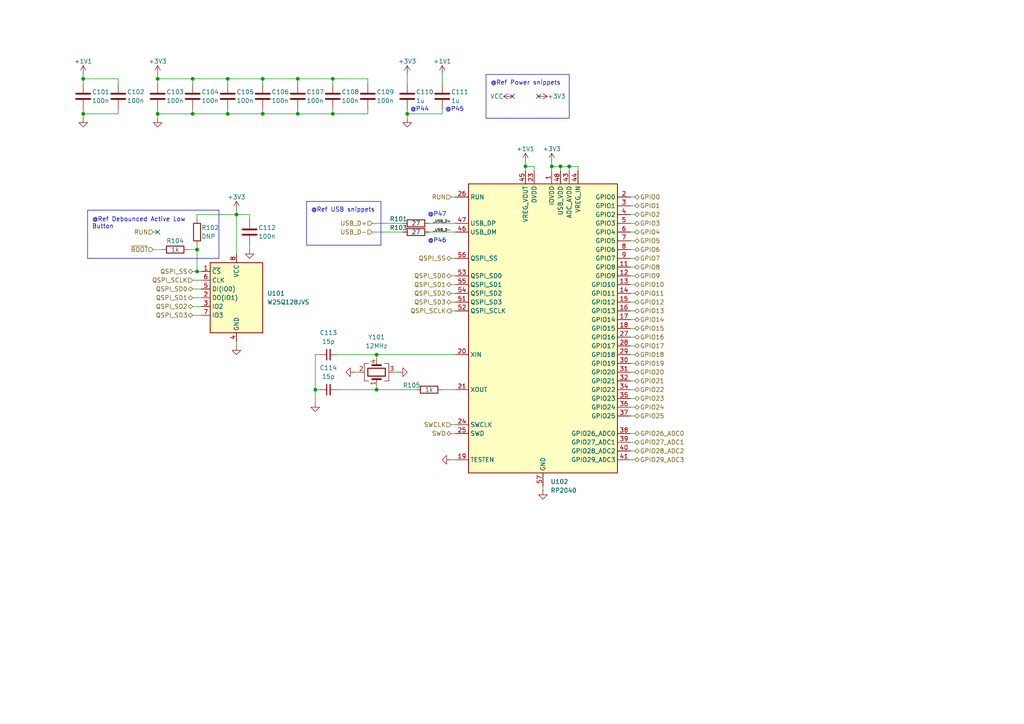
<source format=kicad_sch>
(kicad_sch (version 20231120) (generator "eeschema") (generator_version "8.0")
  (paper "A4")
  (title_block (title "MCU: RP2040") (date "2024-07-08") (rev "1") (company "Scott CJX"))
  (lib_symbols
    (symbol "Device:C" (pin_numbers hide) (pin_names (offset 0.254))
      (property "Reference" "C" (at 0.635 2.54 0))
      (property "Value" "C" (at 0.635 -2.54 0))
      (symbol "C_0_1"
        (polyline (pts (xy -2.032 -0.762) (xy 2.032 -0.762)) (stroke (width 0.508)))
        (polyline (pts (xy -2.032 0.762) (xy 2.032 0.762)) (stroke (width 0.508)))
      )
      (symbol "C_1_1"
        (pin passive line (at 0 3.81 270) (length 2.794) (name "~") (number "1"))
        (pin passive line (at 0 -3.81 90) (length 2.794) (name "~") (number "2"))
      )
    )
    (symbol "Device:C_Small" (pin_numbers hide) (pin_names (offset 0.254) hide)
      (property "Reference" "C" (at 0.254 1.778 0))
      (property "Value" "C_Small" (at 0.254 -2.032 0))
      (symbol "C_Small_0_1"
        (polyline (pts (xy -1.524 -0.508) (xy 1.524 -0.508)) (stroke (width 0.3302)))
        (polyline (pts (xy -1.524 0.508) (xy 1.524 0.508)) (stroke (width 0.3048)))
      )
      (symbol "C_Small_1_1"
        (pin passive line (at 0 2.54 270) (length 2.032) (name "~") (number "1"))
        (pin passive line (at 0 -2.54 90) (length 2.032) (name "~") (number "2"))
      )
    )
    (symbol "Device:Crystal_GND23" (pin_names (offset 1.016) hide)
      (property "Reference" "Y" (at 3.175 5.08 0))
      (property "Value" "Crystal_GND23" (at 3.175 3.175 0))
      (symbol "Crystal_GND23_0_1"
        (rectangle (start -1.143 2.54) (end 1.143 -2.54) (stroke (width 0.3048)))
        (polyline (pts (xy -2.54 0) (xy -2.032 0)))
        (polyline (pts (xy -2.032 -1.27) (xy -2.032 1.27)) (stroke (width 0.508)))
        (polyline (pts (xy 0 -3.81) (xy 0 -3.556)))
        (polyline (pts (xy 0 3.556) (xy 0 3.81)))
        (polyline (pts (xy 2.032 -1.27) (xy 2.032 1.27)) (stroke (width 0.508)))
        (polyline (pts (xy 2.032 0) (xy 2.54 0)))
        (polyline (pts (xy -2.54 -2.286) (xy -2.54 -3.556) (xy 2.54 -3.556) (xy 2.54 -2.286)))
        (polyline (pts (xy -2.54 2.286) (xy -2.54 3.556) (xy 2.54 3.556) (xy 2.54 2.286)))
      )
      (symbol "Crystal_GND23_1_1"
        (pin passive line (at -3.81 0 0) (length 1.27) (name "1") (number "1"))
        (pin passive line (at 0 5.08 270) (length 1.27) (name "2") (number "2"))
        (pin passive line (at 0 -5.08 90) (length 1.27) (name "3") (number "3"))
        (pin passive line (at 3.81 0 180) (length 1.27) (name "4") (number "4"))
      )
    )
    (symbol "Device:R" (pin_numbers hide) (pin_names (offset 0))
      (property "Reference" "R" (at 2.032 0 90))
      (property "Value" "R" (at 0 0 90))
      (symbol "R_0_1"
        (rectangle (start -1.016 -2.54) (end 1.016 2.54) (stroke (width 0.254)))
      )
      (symbol "R_1_1"
        (pin passive line (at 0 3.81 270) (length 1.27) (name "~") (number "1"))
        (pin passive line (at 0 -3.81 90) (length 1.27) (name "~") (number "2"))
      )
    )
    (symbol "MCU_RaspberryPi:RP2040"
      (property "Reference" "U" (at 17.78 45.72 0))
      (property "Value" "RP2040" (at 17.78 43.18 0))
      (symbol "RP2040_0_1"
        (rectangle (start -21.59 41.91) (end 21.59 -41.91) (stroke (width 0.254)) (fill (type background)))
      )
      (symbol "RP2040_1_1"
        (pin power_in line (at 2.54 45.72 270) (length 3.81) (name "IOVDD") (number "1"))
        (pin passive line (at 2.54 45.72 270) (length 3.81) hide (name "IOVDD") (number "10"))
        (pin bidirectional line (at 25.4 17.78 180) (length 3.81) (name "GPIO8") (number "11"))
        (pin bidirectional line (at 25.4 15.24 180) (length 3.81) (name "GPIO9") (number "12"))
        (pin bidirectional line (at 25.4 12.7 180) (length 3.81) (name "GPIO10") (number "13"))
        (pin bidirectional line (at 25.4 10.16 180) (length 3.81) (name "GPIO11") (number "14"))
        (pin bidirectional line (at 25.4 7.62 180) (length 3.81) (name "GPIO12") (number "15"))
        (pin bidirectional line (at 25.4 5.08 180) (length 3.81) (name "GPIO13") (number "16"))
        (pin bidirectional line (at 25.4 2.54 180) (length 3.81) (name "GPIO14") (number "17"))
        (pin bidirectional line (at 25.4 0 180) (length 3.81) (name "GPIO15") (number "18"))
        (pin input line (at -25.4 -38.1 0) (length 3.81) (name "TESTEN") (number "19"))
        (pin bidirectional line (at 25.4 38.1 180) (length 3.81) (name "GPIO0") (number "2"))
        (pin input line (at -25.4 -7.62 0) (length 3.81) (name "XIN") (number "20"))
        (pin passive line (at -25.4 -17.78 0) (length 3.81) (name "XOUT") (number "21"))
        (pin passive line (at 2.54 45.72 270) (length 3.81) hide (name "IOVDD") (number "22"))
        (pin power_in line (at -2.54 45.72 270) (length 3.81) (name "DVDD") (number "23"))
        (pin input line (at -25.4 -27.94 0) (length 3.81) (name "SWCLK") (number "24"))
        (pin bidirectional line (at -25.4 -30.48 0) (length 3.81) (name "SWD") (number "25"))
        (pin input line (at -25.4 38.1 0) (length 3.81) (name "RUN") (number "26"))
        (pin bidirectional line (at 25.4 -2.54 180) (length 3.81) (name "GPIO16") (number "27"))
        (pin bidirectional line (at 25.4 -5.08 180) (length 3.81) (name "GPIO17") (number "28"))
        (pin bidirectional line (at 25.4 -7.62 180) (length 3.81) (name "GPIO18") (number "29"))
        (pin bidirectional line (at 25.4 35.56 180) (length 3.81) (name "GPIO1") (number "3"))
        (pin bidirectional line (at 25.4 -10.16 180) (length 3.81) (name "GPIO19") (number "30"))
        (pin bidirectional line (at 25.4 -12.7 180) (length 3.81) (name "GPIO20") (number "31"))
        (pin bidirectional line (at 25.4 -15.24 180) (length 3.81) (name "GPIO21") (number "32"))
        (pin passive line (at 2.54 45.72 270) (length 3.81) hide (name "IOVDD") (number "33"))
        (pin bidirectional line (at 25.4 -17.78 180) (length 3.81) (name "GPIO22") (number "34"))
        (pin bidirectional line (at 25.4 -20.32 180) (length 3.81) (name "GPIO23") (number "35"))
        (pin bidirectional line (at 25.4 -22.86 180) (length 3.81) (name "GPIO24") (number "36"))
        (pin bidirectional line (at 25.4 -25.4 180) (length 3.81) (name "GPIO25") (number "37"))
        (pin bidirectional line (at 25.4 -30.48 180) (length 3.81) (name "GPIO26_ADC0") (number "38"))
        (pin bidirectional line (at 25.4 -33.02 180) (length 3.81) (name "GPIO27_ADC1") (number "39"))
        (pin bidirectional line (at 25.4 33.02 180) (length 3.81) (name "GPIO2") (number "4"))
        (pin bidirectional line (at 25.4 -35.56 180) (length 3.81) (name "GPIO28_ADC2") (number "40"))
        (pin bidirectional line (at 25.4 -38.1 180) (length 3.81) (name "GPIO29_ADC3") (number "41"))
        (pin passive line (at 2.54 45.72 270) (length 3.81) hide (name "IOVDD") (number "42"))
        (pin power_in line (at 7.62 45.72 270) (length 3.81) (name "ADC_AVDD") (number "43"))
        (pin power_in line (at 10.16 45.72 270) (length 3.81) (name "VREG_IN") (number "44"))
        (pin power_out line (at -5.08 45.72 270) (length 3.81) (name "VREG_VOUT") (number "45"))
        (pin bidirectional line (at -25.4 27.94 0) (length 3.81) (name "USB_DM") (number "46"))
        (pin bidirectional line (at -25.4 30.48 0) (length 3.81) (name "USB_DP") (number "47"))
        (pin power_in line (at 5.08 45.72 270) (length 3.81) (name "USB_VDD") (number "48"))
        (pin passive line (at 2.54 45.72 270) (length 3.81) hide (name "IOVDD") (number "49"))
        (pin bidirectional line (at 25.4 30.48 180) (length 3.81) (name "GPIO3") (number "5"))
        (pin passive line (at -2.54 45.72 270) (length 3.81) hide (name "DVDD") (number "50"))
        (pin bidirectional line (at -25.4 7.62 0) (length 3.81) (name "QSPI_SD3") (number "51"))
        (pin output line (at -25.4 5.08 0) (length 3.81) (name "QSPI_SCLK") (number "52"))
        (pin bidirectional line (at -25.4 15.24 0) (length 3.81) (name "QSPI_SD0") (number "53"))
        (pin bidirectional line (at -25.4 10.16 0) (length 3.81) (name "QSPI_SD2") (number "54"))
        (pin bidirectional line (at -25.4 12.7 0) (length 3.81) (name "QSPI_SD1") (number "55"))
        (pin bidirectional line (at -25.4 20.32 0) (length 3.81) (name "QSPI_SS") (number "56"))
        (pin power_in line (at 0 -45.72 90) (length 3.81) (name "GND") (number "57"))
        (pin bidirectional line (at 25.4 27.94 180) (length 3.81) (name "GPIO4") (number "6"))
        (pin bidirectional line (at 25.4 25.4 180) (length 3.81) (name "GPIO5") (number "7"))
        (pin bidirectional line (at 25.4 22.86 180) (length 3.81) (name "GPIO6") (number "8"))
        (pin bidirectional line (at 25.4 20.32 180) (length 3.81) (name "GPIO7") (number "9"))
      )
    )
    (symbol "Memory_Flash:W25Q128JVS"
      (property "Reference" "U" (at -8.89 8.89 0))
      (property "Value" "W25Q128JVS" (at 7.62 8.89 0))
      (symbol "W25Q128JVS_0_1"
        (rectangle (start -7.62 10.16) (end 7.62 -10.16) (stroke (width 0.254)) (fill (type background)))
      )
      (symbol "W25Q128JVS_1_1"
        (pin input line (at -10.16 7.62 0) (length 2.54) (name "~{CS}") (number "1"))
        (pin bidirectional line (at -10.16 0 0) (length 2.54) (name "DO(IO1)") (number "2"))
        (pin bidirectional line (at -10.16 -2.54 0) (length 2.54) (name "IO2") (number "3"))
        (pin power_in line (at 0 -12.7 90) (length 2.54) (name "GND") (number "4"))
        (pin bidirectional line (at -10.16 2.54 0) (length 2.54) (name "DI(IO0)") (number "5"))
        (pin input line (at -10.16 5.08 0) (length 2.54) (name "CLK") (number "6"))
        (pin bidirectional line (at -10.16 -5.08 0) (length 2.54) (name "IO3") (number "7"))
        (pin power_in line (at 0 12.7 270) (length 2.54) (name "VCC") (number "8"))
      )
    )
    (symbol "power:+1V1" (power) (pin_numbers hide) (pin_names (offset 0) hide)
      (property "Value" "+1V1" (at 0 3.556 0))
      (symbol "+1V1_0_1"
        (polyline (pts (xy -0.762 1.27) (xy 0 2.54)))
        (polyline (pts (xy 0 0) (xy 0 2.54)))
        (polyline (pts (xy 0 2.54) (xy 0.762 1.27)))
      )
      (symbol "+1V1_1_1"
        (pin power_in line (at 0 0 90) (length 0) (name "~") (number "1"))
      )
    )
    (symbol "power:+3V3" (power) (pin_numbers hide) (pin_names (offset 0) hide)
      (property "Value" "+3V3" (at 0 3.556 0))
      (symbol "+3V3_0_1"
        (polyline (pts (xy -0.762 1.27) (xy 0 2.54)))
        (polyline (pts (xy 0 0) (xy 0 2.54)))
        (polyline (pts (xy 0 2.54) (xy 0.762 1.27)))
      )
      (symbol "+3V3_1_1"
        (pin power_in line (at 0 0 90) (length 0) (name "~") (number "1"))
      )
    )
    (symbol "power:GND" (power) (pin_numbers hide) (pin_names (offset 0) hide)
      (property "Value" "GND" (at 0 -3.81 0))
      (symbol "GND_0_1"
        (polyline (pts (xy 0 0) (xy 0 -1.27) (xy 1.27 -1.27) (xy 0 -2.54) (xy -1.27 -1.27) (xy 0 -1.27)))
      )
      (symbol "GND_1_1"
        (pin power_in line (at 0 0 270) (length 0) (name "~") (number "1"))
      )
    )
    (symbol "power:VCC" (power) (pin_numbers hide) (pin_names (offset 0) hide)
      (property "Value" "VCC" (at 0 3.556 0))
      (symbol "VCC_0_1"
        (polyline (pts (xy -0.762 1.27) (xy 0 2.54)))
        (polyline (pts (xy 0 0) (xy 0 2.54)))
        (polyline (pts (xy 0 2.54) (xy 0.762 1.27)))
      )
      (symbol "VCC_1_1"
        (pin power_in line (at 0 0 90) (length 0) (name "~") (number "1"))
      )
    )
  )
  (junction (at 66.04 22.86))
  (junction (at 91.44 113.03))
  (junction (at 162.56 48.26))
  (junction (at 24.13 33.02))
  (junction (at 76.2 33.02))
  (junction (at 165.1 48.26))
  (junction (at 55.88 22.86))
  (junction (at 86.36 33.02))
  (junction (at 109.22 102.87))
  (junction (at 160.02 48.26))
  (junction (at 152.4 48.26))
  (junction (at 57.15 78.74))
  (junction (at 86.36 22.86))
  (junction (at 76.2 22.86))
  (junction (at 45.72 33.02))
  (junction (at 57.15 72.39))
  (junction (at 24.13 22.86))
  (junction (at 68.58 62.23))
  (junction (at 45.72 22.86))
  (junction (at 66.04 33.02))
  (junction (at 109.22 113.03))
  (junction (at 96.52 22.86))
  (junction (at 118.11 33.02))
  (junction (at 96.52 33.02))
  (junction (at 55.88 33.02))
  (no_connect (at 45.72 67.31))
  (no_connect (at 148.59 27.94))
  (no_connect (at 156.21 27.94))
  (wire (pts (xy 34.29 22.86) (xy 34.29 24.13)))
  (wire (pts (xy 45.72 21.59) (xy 45.72 22.86)))
  (wire (pts (xy 154.94 48.26) (xy 152.4 48.26)))
  (wire (pts (xy 184.15 92.71) (xy 182.88 92.71)))
  (wire (pts (xy 68.58 99.06) (xy 68.58 100.33)))
  (wire (pts (xy 130.81 133.35) (xy 132.08 133.35)))
  (wire (pts (xy 162.56 48.26) (xy 162.56 49.53)))
  (wire (pts (xy 165.1 48.26) (xy 167.64 48.26)))
  (wire (pts (xy 152.4 48.26) (xy 152.4 49.53)))
  (wire (pts (xy 96.52 22.86) (xy 106.68 22.86)))
  (wire (pts (xy 184.15 97.79) (xy 182.88 97.79)))
  (wire (pts (xy 130.81 87.63) (xy 132.08 87.63)))
  (wire (pts (xy 130.81 57.15) (xy 132.08 57.15)))
  (wire (pts (xy 96.52 22.86) (xy 96.52 24.13)))
  (wire (pts (xy 66.04 33.02) (xy 76.2 33.02)))
  (wire (pts (xy 76.2 33.02) (xy 76.2 31.75)))
  (wire (pts (xy 44.45 72.39) (xy 46.99 72.39)))
  (wire (pts (xy 128.27 21.59) (xy 128.27 24.13)))
  (wire (pts (xy 184.15 67.31) (xy 182.88 67.31)))
  (wire (pts (xy 54.61 72.39) (xy 57.15 72.39)))
  (wire (pts (xy 102.87 107.95) (xy 104.14 107.95)))
  (wire (pts (xy 55.88 78.74) (xy 57.15 78.74)))
  (wire (pts (xy 184.15 59.69) (xy 182.88 59.69)))
  (wire (pts (xy 55.88 22.86) (xy 66.04 22.86)))
  (wire (pts (xy 130.81 80.01) (xy 132.08 80.01)))
  (wire (pts (xy 91.44 113.03) (xy 91.44 116.84)))
  (wire (pts (xy 130.81 123.19) (xy 132.08 123.19)))
  (wire (pts (xy 24.13 22.86) (xy 34.29 22.86)))
  (wire (pts (xy 184.15 128.27) (xy 182.88 128.27)))
  (wire (pts (xy 132.08 102.87) (xy 109.22 102.87)))
  (wire (pts (xy 55.88 81.28) (xy 58.42 81.28)))
  (wire (pts (xy 184.15 69.85) (xy 182.88 69.85)))
  (wire (pts (xy 184.15 64.77) (xy 182.88 64.77)))
  (wire (pts (xy 57.15 78.74) (xy 58.42 78.74)))
  (wire (pts (xy 55.88 22.86) (xy 55.88 24.13)))
  (wire (pts (xy 55.88 33.02) (xy 66.04 33.02)))
  (wire (pts (xy 55.88 88.9) (xy 58.42 88.9)))
  (wire (pts (xy 184.15 115.57) (xy 182.88 115.57)))
  (wire (pts (xy 184.15 100.33) (xy 182.88 100.33)))
  (wire (pts (xy 45.72 33.02) (xy 45.72 34.29)))
  (wire (pts (xy 184.15 133.35) (xy 182.88 133.35)))
  (wire (pts (xy 107.95 67.31) (xy 116.84 67.31)))
  (wire (pts (xy 68.58 60.96) (xy 68.58 62.23)))
  (wire (pts (xy 184.15 110.49) (xy 182.88 110.49)))
  (wire (pts (xy 130.81 85.09) (xy 132.08 85.09)))
  (wire (pts (xy 107.95 64.77) (xy 116.84 64.77)))
  (wire (pts (xy 118.11 33.02) (xy 118.11 34.29)))
  (wire (pts (xy 165.1 48.26) (xy 165.1 49.53)))
  (wire (pts (xy 76.2 33.02) (xy 86.36 33.02)))
  (wire (pts (xy 57.15 63.5) (xy 57.15 62.23)))
  (wire (pts (xy 118.11 33.02) (xy 128.27 33.02)))
  (wire (pts (xy 57.15 71.12) (xy 57.15 72.39)))
  (wire (pts (xy 106.68 33.02) (xy 106.68 31.75)))
  (wire (pts (xy 97.79 113.03) (xy 109.22 113.03)))
  (wire (pts (xy 184.15 85.09) (xy 182.88 85.09)))
  (wire (pts (xy 72.39 63.5) (xy 72.39 62.23)))
  (wire (pts (xy 24.13 22.86) (xy 24.13 24.13)))
  (wire (pts (xy 24.13 31.75) (xy 24.13 33.02)))
  (wire (pts (xy 106.68 22.86) (xy 106.68 24.13)))
  (wire (pts (xy 91.44 102.87) (xy 91.44 113.03)))
  (wire (pts (xy 184.15 72.39) (xy 182.88 72.39)))
  (wire (pts (xy 86.36 33.02) (xy 96.52 33.02)))
  (wire (pts (xy 128.27 31.75) (xy 128.27 33.02)))
  (wire (pts (xy 160.02 49.53) (xy 160.02 48.26)))
  (wire (pts (xy 76.2 22.86) (xy 86.36 22.86)))
  (wire (pts (xy 55.88 33.02) (xy 55.88 31.75)))
  (wire (pts (xy 184.15 87.63) (xy 182.88 87.63)))
  (wire (pts (xy 184.15 102.87) (xy 182.88 102.87)))
  (wire (pts (xy 154.94 49.53) (xy 154.94 48.26)))
  (wire (pts (xy 92.71 102.87) (xy 91.44 102.87)))
  (wire (pts (xy 24.13 21.59) (xy 24.13 22.86)))
  (wire (pts (xy 160.02 46.99) (xy 160.02 48.26)))
  (wire (pts (xy 184.15 95.25) (xy 182.88 95.25)))
  (wire (pts (xy 45.72 33.02) (xy 45.72 31.75)))
  (wire (pts (xy 72.39 71.12) (xy 72.39 72.39)))
  (wire (pts (xy 66.04 22.86) (xy 66.04 24.13)))
  (wire (pts (xy 34.29 31.75) (xy 34.29 33.02)))
  (wire (pts (xy 184.15 57.15) (xy 182.88 57.15)))
  (wire (pts (xy 184.15 118.11) (xy 182.88 118.11)))
  (wire (pts (xy 184.15 62.23) (xy 182.88 62.23)))
  (wire (pts (xy 118.11 31.75) (xy 118.11 33.02)))
  (wire (pts (xy 184.15 74.93) (xy 182.88 74.93)))
  (wire (pts (xy 184.15 80.01) (xy 182.88 80.01)))
  (wire (pts (xy 167.64 48.26) (xy 167.64 49.53)))
  (wire (pts (xy 45.72 22.86) (xy 45.72 24.13)))
  (wire (pts (xy 55.88 91.44) (xy 58.42 91.44)))
  (wire (pts (xy 184.15 77.47) (xy 182.88 77.47)))
  (wire (pts (xy 45.72 22.86) (xy 55.88 22.86)))
  (wire (pts (xy 86.36 22.86) (xy 96.52 22.86)))
  (wire (pts (xy 114.3 107.95) (xy 115.57 107.95)))
  (wire (pts (xy 184.15 105.41) (xy 182.88 105.41)))
  (wire (pts (xy 68.58 62.23) (xy 68.58 73.66)))
  (wire (pts (xy 184.15 82.55) (xy 182.88 82.55)))
  (wire (pts (xy 109.22 113.03) (xy 120.65 113.03)))
  (wire (pts (xy 184.15 107.95) (xy 182.88 107.95)))
  (wire (pts (xy 57.15 62.23) (xy 68.58 62.23)))
  (wire (pts (xy 124.46 64.77) (xy 132.08 64.77)))
  (wire (pts (xy 184.15 130.81) (xy 182.88 130.81)))
  (wire (pts (xy 86.36 22.86) (xy 86.36 24.13)))
  (wire (pts (xy 24.13 33.02) (xy 24.13 34.29)))
  (wire (pts (xy 109.22 113.03) (xy 109.22 111.76)))
  (wire (pts (xy 66.04 22.86) (xy 76.2 22.86)))
  (wire (pts (xy 86.36 33.02) (xy 86.36 31.75)))
  (wire (pts (xy 76.2 22.86) (xy 76.2 24.13)))
  (wire (pts (xy 152.4 46.99) (xy 152.4 48.26)))
  (wire (pts (xy 184.15 90.17) (xy 182.88 90.17)))
  (wire (pts (xy 91.44 113.03) (xy 92.71 113.03)))
  (wire (pts (xy 118.11 21.59) (xy 118.11 24.13)))
  (wire (pts (xy 97.79 102.87) (xy 109.22 102.87)))
  (wire (pts (xy 96.52 33.02) (xy 106.68 33.02)))
  (wire (pts (xy 66.04 33.02) (xy 66.04 31.75)))
  (wire (pts (xy 45.72 33.02) (xy 55.88 33.02)))
  (wire (pts (xy 124.46 67.31) (xy 132.08 67.31)))
  (wire (pts (xy 130.81 82.55) (xy 132.08 82.55)))
  (wire (pts (xy 57.15 72.39) (xy 57.15 78.74)))
  (wire (pts (xy 184.15 125.73) (xy 182.88 125.73)))
  (wire (pts (xy 128.27 113.03) (xy 132.08 113.03)))
  (wire (pts (xy 44.45 67.31) (xy 45.72 67.31)))
  (wire (pts (xy 55.88 86.36) (xy 58.42 86.36)))
  (wire (pts (xy 96.52 33.02) (xy 96.52 31.75)))
  (wire (pts (xy 160.02 48.26) (xy 162.56 48.26)))
  (wire (pts (xy 184.15 113.03) (xy 182.88 113.03)))
  (wire (pts (xy 130.81 74.93) (xy 132.08 74.93)))
  (wire (pts (xy 130.81 90.17) (xy 132.08 90.17)))
  (wire (pts (xy 130.81 125.73) (xy 132.08 125.73)))
  (wire (pts (xy 162.56 48.26) (xy 165.1 48.26)))
  (wire (pts (xy 109.22 102.87) (xy 109.22 104.14)))
  (wire (pts (xy 68.58 62.23) (xy 72.39 62.23)))
  (wire (pts (xy 34.29 33.02) (xy 24.13 33.02)))
  (wire (pts (xy 55.88 83.82) (xy 58.42 83.82)))
  (wire (pts (xy 184.15 120.65) (xy 182.88 120.65)))
  (wire (pts (xy 157.48 140.97) (xy 157.48 142.24)))
  (rectangle (start 88.9 58.42) (end 110.49 71.12))
  (rectangle (start 140.97 21.59) (end 165.1 34.29))
  (rectangle (start 25.4 60.96) (end 63.5 74.93))
  (text "@P44" (at 124.46 31.75 0) (effects (font (size 1.27 1.27)) (justify right)))
  (text "@Ref USB snippets" (at 90.17 60.96 0) (effects (font (size 1.27 1.27)) (justify left)))
  (text "@Ref Debounced Active Low\nButton" (at 26.67 64.77 0) (effects (font (size 1.27 1.27)) (justify left)))
  (text "@Ref Power snippets" (at 142.24 24.13 0) (effects (font (size 1.27 1.27)) (justify left)))
  (text "@P45" (at 134.62 31.75 0) (effects (font (size 1.27 1.27)) (justify right)))
  (text "@P46" (at 129.54 69.85 0) (effects (font (size 1.27 1.27)) (justify right)))
  (text "@P47" (at 129.54 62.23 0) (effects (font (size 1.27 1.27)) (justify right)))
  (label "_USB_D+" (at 130.81 64.77 180) (effects (font (size 0.75 0.75))))
  (label "_USB_D-" (at 130.81 67.31 180) (effects (font (size 0.75 0.75))))
  (hierarchical_label "GPIO6" (shape bidirectional) (at 184.15 72.39 0))
  (hierarchical_label "QSPI_SS" (shape bidirectional) (at 130.81 74.93 180))
  (hierarchical_label "GPIO10" (shape bidirectional) (at 184.15 82.55 0))
  (hierarchical_label "USB_D+" (shape input) (at 107.95 64.77 180))
  (hierarchical_label "QSPI_SD3" (shape bidirectional) (at 130.81 87.63 180))
  (hierarchical_label "GPIO9" (shape bidirectional) (at 184.15 80.01 0))
  (hierarchical_label "USB_D-" (shape input) (at 107.95 67.31 180))
  (hierarchical_label "GPIO7" (shape bidirectional) (at 184.15 74.93 0))
  (hierarchical_label "QSPI_SD1" (shape bidirectional) (at 55.88 86.36 180))
  (hierarchical_label "GPIO27_ADC1" (shape bidirectional) (at 184.15 128.27 0))
  (hierarchical_label "~{BOOT}" (shape input) (at 44.45 72.39 180))
  (hierarchical_label "GPIO0" (shape bidirectional) (at 184.15 57.15 0))
  (hierarchical_label "SWCLK" (shape input) (at 130.81 123.19 180))
  (hierarchical_label "GPIO24" (shape bidirectional) (at 184.15 118.11 0))
  (hierarchical_label "QSPI_SD2" (shape bidirectional) (at 130.81 85.09 180))
  (hierarchical_label "GPIO13" (shape bidirectional) (at 184.15 90.17 0))
  (hierarchical_label "QSPI_SS" (shape bidirectional) (at 55.88 78.74 180))
  (hierarchical_label "GPIO8" (shape bidirectional) (at 184.15 77.47 0))
  (hierarchical_label "GPIO16" (shape bidirectional) (at 184.15 97.79 0))
  (hierarchical_label "QSPI_SCLK" (shape output) (at 130.81 90.17 180))
  (hierarchical_label "GPIO22" (shape bidirectional) (at 184.15 113.03 0))
  (hierarchical_label "QSPI_SD0" (shape bidirectional) (at 55.88 83.82 180))
  (hierarchical_label "GPIO12" (shape bidirectional) (at 184.15 87.63 0))
  (hierarchical_label "GPIO19" (shape bidirectional) (at 184.15 105.41 0))
  (hierarchical_label "QSPI_SCLK" (shape input) (at 55.88 81.28 180))
  (hierarchical_label "GPIO26_ADC0" (shape bidirectional) (at 184.15 125.73 0))
  (hierarchical_label "GPIO4" (shape bidirectional) (at 184.15 67.31 0))
  (hierarchical_label "GPIO11" (shape bidirectional) (at 184.15 85.09 0))
  (hierarchical_label "GPIO17" (shape bidirectional) (at 184.15 100.33 0))
  (hierarchical_label "GPIO2" (shape bidirectional) (at 184.15 62.23 0))
  (hierarchical_label "GPIO3" (shape bidirectional) (at 184.15 64.77 0))
  (hierarchical_label "GPIO29_ADC3" (shape bidirectional) (at 184.15 133.35 0))
  (hierarchical_label "GPIO20" (shape bidirectional) (at 184.15 107.95 0))
  (hierarchical_label "GPIO1" (shape bidirectional) (at 184.15 59.69 0))
  (hierarchical_label "GPIO5" (shape bidirectional) (at 184.15 69.85 0))
  (hierarchical_label "RUN" (shape input) (at 130.81 57.15 180))
  (hierarchical_label "QSPI_SD1" (shape bidirectional) (at 130.81 82.55 180))
  (hierarchical_label "GPIO28_ADC2" (shape bidirectional) (at 184.15 130.81 0))
  (hierarchical_label "RUN" (shape input) (at 44.45 67.31 180))
  (hierarchical_label "QSPI_SD2" (shape bidirectional) (at 55.88 88.9 180))
  (hierarchical_label "GPIO25" (shape bidirectional) (at 184.15 120.65 0))
  (hierarchical_label "GPIO21" (shape bidirectional) (at 184.15 110.49 0))
  (hierarchical_label "SWD" (shape bidirectional) (at 130.81 125.73 180))
  (hierarchical_label "GPIO18" (shape bidirectional) (at 184.15 102.87 0))
  (hierarchical_label "GPIO23" (shape bidirectional) (at 184.15 115.57 0))
  (hierarchical_label "QSPI_SD0" (shape bidirectional) (at 130.81 80.01 180))
  (hierarchical_label "GPIO15" (shape bidirectional) (at 184.15 95.25 0))
  (hierarchical_label "GPIO14" (shape bidirectional) (at 184.15 92.71 0))
  (hierarchical_label "QSPI_SD3" (shape bidirectional) (at 55.88 91.44 180))
  (symbol (lib_id "Device:C") (at 66.04 27.94 0) (unit 1)
    (property "Reference" "C105" (at 68.58 26.67 0) (effects (justify left)))
    (property "Value" "100n" (at 68.58 29.21 0) (effects (justify left)))
    (property "Description" "Unpolarized capacitor" (effects (hide yes)))
  )
  (symbol (lib_id "power:GND") (at 72.39 72.39 0) (unit 1)
    (property "Reference" "#PWR0113" (effects (hide yes)))
    (property "Value" "GND" (effects (hide yes)))
    (property "Description" "Power symbol creates a global label with name \"GND\" , ground" (effects (hide yes)))
  )
  (symbol (lib_id "Device:C") (at 128.27 27.94 0) (unit 1)
    (property "Reference" "C111" (at 130.81 26.67 0) (effects (justify left)))
    (property "Value" "1u" (at 130.81 29.21 0) (effects (justify left)))
    (property "Description" "Unpolarized capacitor" (effects (hide yes)))
  )
  (symbol (lib_id "Memory_Flash:W25Q128JVS") (at 68.58 86.36 0) (unit 1)
    (property "Reference" "U101" (at 77.47 85.0899 0) (effects (justify left)))
    (property "Value" "W25Q128JVS" (at 77.47 87.6299 0) (effects (justify left)))
    (property "Footprint" "Package_SO:SOIC-8_5.23x5.23mm_P1.27mm" (effects (hide yes)))
    (property "Datasheet" "http://www.winbond.com/resource-files/w25q128jv_dtr%20revc%2003272018%20plus.pdf" (effects (hide yes)))
    (property "Description" "128Mb Serial Flash Memory, Standard/Dual/Quad SPI, SOIC-8" (effects (hide yes)))
  )
  (symbol (lib_id "Device:R") (at 124.46 113.03 90) (unit 1)
    (property "Reference" "R105" (at 119.38 111.76 90))
    (property "Value" "1k" (at 124.46 113.03 90))
    (property "Description" "Resistor" (effects (hide yes)))
  )
  (symbol (lib_id "power:GND") (at 118.11 34.29 0) (unit 1)
    (property "Reference" "#PWR0109" (effects (hide yes)))
    (property "Value" "GND" (effects (hide yes)))
    (property "Description" "Power symbol creates a global label with name \"GND\" , ground" (effects (hide yes)))
  )
  (symbol (lib_id "Device:C") (at 86.36 27.94 0) (unit 1)
    (property "Reference" "C107" (at 88.9 26.67 0) (effects (justify left)))
    (property "Value" "100n" (at 88.9 29.21 0) (effects (justify left)))
    (property "Description" "Unpolarized capacitor" (effects (hide yes)))
  )
  (symbol (lib_id "Device:C") (at 106.68 27.94 0) (unit 1)
    (property "Reference" "C109" (at 109.22 26.67 0) (effects (justify left)))
    (property "Value" "100n" (at 109.22 29.21 0) (effects (justify left)))
    (property "Description" "Unpolarized capacitor" (effects (hide yes)))
  )
  (symbol (lib_id "power:+3V3") (at 45.72 21.59 0) (unit 1)
    (property "Reference" "#PWR0102" (effects (hide yes)))
    (property "Value" "+3V3" (at 45.72 17.78 0))
    (property "Description" "Power symbol creates a global label with name \"+3V3\"" (effects (hide yes)))
  )
  (symbol (lib_id "power:GND") (at 91.44 116.84 0) (unit 1)
    (property "Reference" "#PWR0117" (effects (hide yes)))
    (property "Value" "GND" (effects (hide yes)))
    (property "Description" "Power symbol creates a global label with name \"GND\" , ground" (effects (hide yes)))
  )
  (symbol (lib_id "Device:C") (at 72.39 67.31 0) (unit 1)
    (property "Reference" "C112" (at 74.93 66.04 0) (effects (justify left)))
    (property "Value" "100n" (at 74.93 68.58 0) (effects (justify left)))
    (property "Description" "Unpolarized capacitor" (effects (hide yes)))
  )
  (symbol (lib_id "Device:C_Small") (at 95.25 102.87 90) (unit 1)
    (property "Reference" "C113" (at 95.2563 96.52 90))
    (property "Value" "15p" (at 95.2563 99.06 90))
    (property "Description" "Unpolarized capacitor, small symbol" (effects (hide yes)))
  )
  (symbol (lib_id "power:+3V3") (at 156.21 27.94 270) (unit 1)
    (property "Reference" "#PWR0106" (effects (hide yes)))
    (property "Value" "+3V3" (at 158.75 27.94 90) (effects (justify left)))
    (property "Description" "Power symbol creates a global label with name \"+3V3\"" (effects (hide yes)))
  )
  (symbol (lib_id "power:GND") (at 115.57 107.95 90) (mirror x) (unit 1)
    (property "Reference" "#PWR0116" (effects (hide yes)))
    (property "Value" "GND" (effects (hide yes)))
    (property "Description" "Power symbol creates a global label with name \"GND\" , ground" (effects (hide yes)))
  )
  (symbol (lib_id "MCU_RaspberryPi:RP2040") (at 157.48 95.25 0) (unit 1)
    (property "Reference" "U102" (at 159.6741 139.7 0) (effects (justify left)))
    (property "Value" "RP2040" (at 159.6741 142.24 0) (effects (justify left)))
    (property "Footprint" "Package_DFN_QFN:QFN-56-1EP_7x7mm_P0.4mm_EP3.2x3.2mm" (effects (hide yes)))
    (property "Datasheet" "https://datasheets.raspberrypi.com/rp2040/rp2040-datasheet.pdf" (effects (hide yes)))
    (property "Description" "A microcontroller by Raspberry Pi" (effects (hide yes)))
    (property "LCSC" "C2040" (effects (hide yes)))
    (property "is JLCPCB Basic?" "N" (effects (hide yes)))
  )
  (symbol (lib_id "power:VCC") (at 148.59 27.94 90) (unit 1)
    (property "Reference" "#PWR0105" (effects (hide yes)))
    (property "Value" "VCC" (at 146.05 27.94 90) (effects (justify left)))
    (property "Description" "Power symbol creates a global label with name \"VCC\"" (effects (hide yes)))
  )
  (symbol (lib_id "power:+3V3") (at 160.02 46.99 0) (unit 1)
    (property "Reference" "#PWR0111" (effects (hide yes)))
    (property "Value" "+3V3" (at 160.02 43.18 0))
    (property "Description" "Power symbol creates a global label with name \"+3V3\"" (effects (hide yes)))
  )
  (symbol (lib_id "power:GND") (at 157.48 142.24 0) (unit 1)
    (property "Reference" "#PWR0119" (effects (hide yes)))
    (property "Value" "GND" (effects (hide yes)))
    (property "Description" "Power symbol creates a global label with name \"GND\" , ground" (effects (hide yes)))
  )
  (symbol (lib_id "power:GND") (at 102.87 107.95 270) (unit 1)
    (property "Reference" "#PWR0115" (effects (hide yes)))
    (property "Value" "GND" (effects (hide yes)))
    (property "Description" "Power symbol creates a global label with name \"GND\" , ground" (effects (hide yes)))
  )
  (symbol (lib_id "Device:R") (at 120.65 64.77 90) (unit 1)
    (property "Reference" "R101" (at 115.57 63.5 90))
    (property "Value" "27" (at 120.65 64.77 90))
    (property "Description" "Resistor" (effects (hide yes)))
  )
  (symbol (lib_id "power:GND") (at 130.81 133.35 270) (unit 1)
    (property "Reference" "#PWR0118" (effects (hide yes)))
    (property "Value" "GND" (effects (hide yes)))
    (property "Description" "Power symbol creates a global label with name \"GND\" , ground" (effects (hide yes)))
  )
  (symbol (lib_id "power:GND") (at 24.13 34.29 0) (unit 1)
    (property "Reference" "#PWR0107" (effects (hide yes)))
    (property "Value" "GND" (effects (hide yes)))
    (property "Description" "Power symbol creates a global label with name \"GND\" , ground" (effects (hide yes)))
  )
  (symbol (lib_id "Device:R") (at 50.8 72.39 90) (unit 1)
    (property "Reference" "R104" (at 50.8 69.85 90))
    (property "Value" "1k" (at 50.8 72.39 90))
    (property "Description" "Resistor" (effects (hide yes)))
  )
  (symbol (lib_id "power:+1V1") (at 152.4 46.99 0) (unit 1)
    (property "Reference" "#PWR0110" (effects (hide yes)))
    (property "Value" "+1V1" (at 152.4 43.18 0))
    (property "Description" "Power symbol creates a global label with name \"+1V1\"" (effects (hide yes)))
  )
  (symbol (lib_id "Device:C") (at 34.29 27.94 0) (unit 1)
    (property "Reference" "C102" (at 36.83 26.67 0) (effects (justify left)))
    (property "Value" "100n" (at 36.83 29.21 0) (effects (justify left)))
    (property "Description" "Unpolarized capacitor" (effects (hide yes)))
  )
  (symbol (lib_id "Device:Crystal_GND23") (at 109.22 107.95 90) (unit 1)
    (property "Reference" "Y101" (at 109.22 97.79 90))
    (property "Value" "12MHz" (at 109.22 100.33 90))
    (property "Description" "Four pin crystal, GND on pins 2 and 3" (effects (hide yes)))
  )
  (symbol (lib_id "Device:C") (at 96.52 27.94 0) (unit 1)
    (property "Reference" "C108" (at 99.06 26.67 0) (effects (justify left)))
    (property "Value" "100n" (at 99.06 29.21 0) (effects (justify left)))
    (property "Description" "Unpolarized capacitor" (effects (hide yes)))
  )
  (symbol (lib_id "power:+3V3") (at 68.58 60.96 0) (unit 1)
    (property "Reference" "#PWR0112" (effects (hide yes)))
    (property "Value" "+3V3" (at 68.58 57.15 0))
    (property "Description" "Power symbol creates a global label with name \"+3V3\"" (effects (hide yes)))
  )
  (symbol (lib_id "Device:R") (at 120.65 67.31 90) (unit 1)
    (property "Reference" "R103" (at 115.57 66.04 90))
    (property "Value" "27" (at 120.65 67.31 90))
    (property "Description" "Resistor" (effects (hide yes)))
  )
  (symbol (lib_id "power:GND") (at 68.58 100.33 0) (unit 1)
    (property "Reference" "#PWR0114" (effects (hide yes)))
    (property "Value" "GND" (effects (hide yes)))
    (property "Description" "Power symbol creates a global label with name \"GND\" , ground" (effects (hide yes)))
  )
  (symbol (lib_id "power:+1V1") (at 128.27 21.59 0) (unit 1)
    (property "Reference" "#PWR0104" (effects (hide yes)))
    (property "Value" "+1V1" (at 128.27 17.78 0))
    (property "Description" "Power symbol creates a global label with name \"+1V1\"" (effects (hide yes)))
  )
  (symbol (lib_id "Device:R") (at 57.15 67.31 0) (unit 1)
    (property "Reference" "R102" (at 58.42 66.04 0) (effects (justify left)))
    (property "Value" "DNP" (at 58.42 68.58 0) (effects (justify left)))
    (property "Description" "Resistor" (effects (hide yes)))
  )
  (symbol (lib_id "power:+3V3") (at 118.11 21.59 0) (unit 1)
    (property "Reference" "#PWR0103" (effects (hide yes)))
    (property "Value" "+3V3" (at 118.11 17.78 0))
    (property "Description" "Power symbol creates a global label with name \"+3V3\"" (effects (hide yes)))
  )
  (symbol (lib_id "power:GND") (at 45.72 34.29 0) (unit 1)
    (property "Reference" "#PWR0108" (effects (hide yes)))
    (property "Value" "GND" (effects (hide yes)))
    (property "Description" "Power symbol creates a global label with name \"GND\" , ground" (effects (hide yes)))
  )
  (symbol (lib_id "Device:C") (at 118.11 27.94 0) (unit 1)
    (property "Reference" "C110" (at 120.65 26.67 0) (effects (justify left)))
    (property "Value" "1u" (at 120.65 29.21 0) (effects (justify left)))
    (property "Description" "Unpolarized capacitor" (effects (hide yes)))
  )
  (symbol (lib_id "Device:C_Small") (at 95.25 113.03 90) (unit 1)
    (property "Reference" "C114" (at 95.2563 106.68 90))
    (property "Value" "15p" (at 95.2563 109.22 90))
    (property "Description" "Unpolarized capacitor, small symbol" (effects (hide yes)))
  )
  (symbol (lib_id "Device:C") (at 24.13 27.94 0) (unit 1)
    (property "Reference" "C101" (at 26.67 26.67 0) (effects (justify left)))
    (property "Value" "100n" (at 26.67 29.21 0) (effects (justify left)))
    (property "Description" "Unpolarized capacitor" (effects (hide yes)))
  )
  (symbol (lib_id "Device:C") (at 55.88 27.94 0) (unit 1)
    (property "Reference" "C104" (at 58.42 26.67 0) (effects (justify left)))
    (property "Value" "100n" (at 58.42 29.21 0) (effects (justify left)))
    (property "Description" "Unpolarized capacitor" (effects (hide yes)))
  )
  (symbol (lib_id "Device:C") (at 76.2 27.94 0) (unit 1)
    (property "Reference" "C106" (at 78.74 26.67 0) (effects (justify left)))
    (property "Value" "100n" (at 78.74 29.21 0) (effects (justify left)))
    (property "Description" "Unpolarized capacitor" (effects (hide yes)))
  )
  (symbol (lib_id "Device:C") (at 45.72 27.94 0) (unit 1)
    (property "Reference" "C103" (at 48.26 26.67 0) (effects (justify left)))
    (property "Value" "100n" (at 48.26 29.21 0) (effects (justify left)))
    (property "Description" "Unpolarized capacitor" (effects (hide yes)))
  )
  (symbol (lib_id "power:+1V1") (at 24.13 21.59 0) (unit 1)
    (property "Reference" "#PWR0101" (effects (hide yes)))
    (property "Value" "+1V1" (at 24.13 17.78 0))
    (property "Description" "Power symbol creates a global label with name \"+1V1\"" (effects (hide yes)))
  )
)
</source>
